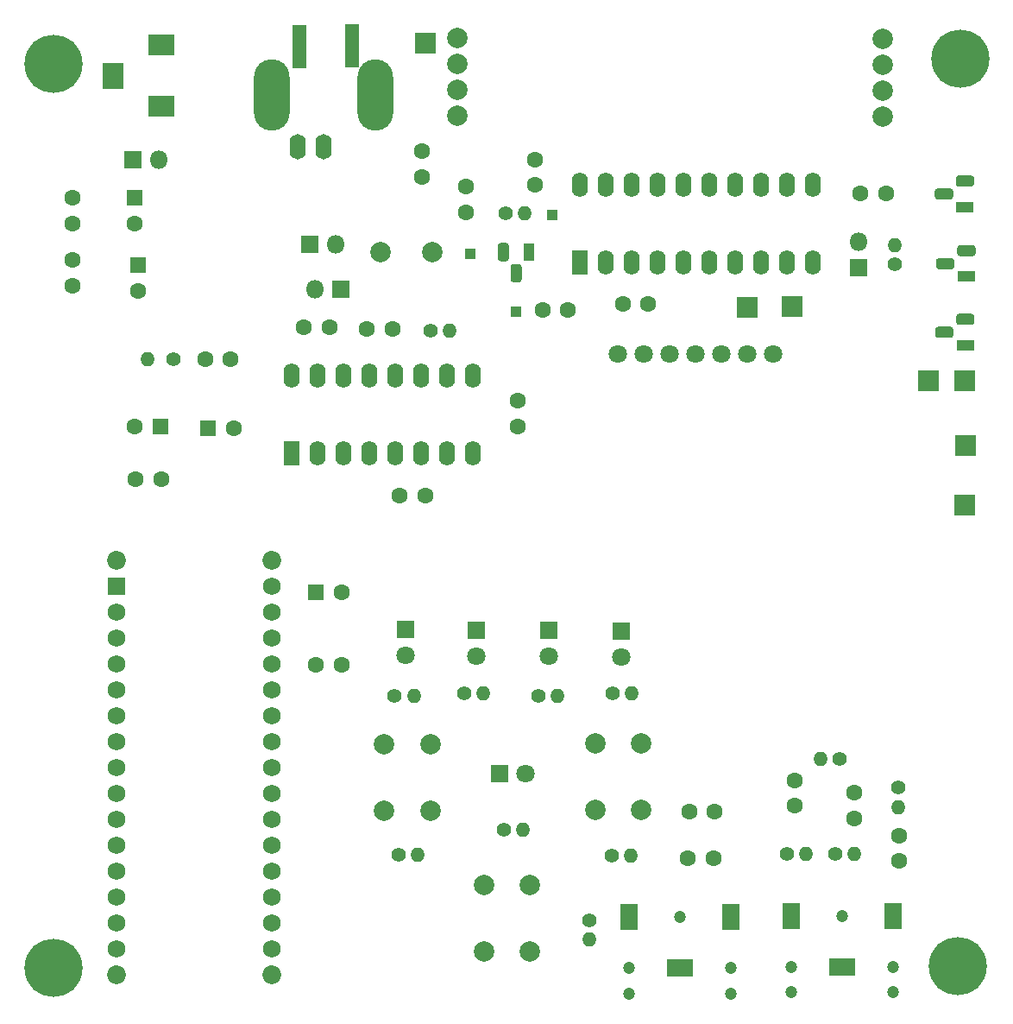
<source format=gbs>
G04 #@! TF.GenerationSoftware,KiCad,Pcbnew,(5.1.9)-1*
G04 #@! TF.CreationDate,2022-03-10T18:33:41-05:00*
G04 #@! TF.ProjectId,ADX,4144582e-6b69-4636-9164-5f7063625858,rev?*
G04 #@! TF.SameCoordinates,Original*
G04 #@! TF.FileFunction,Soldermask,Bot*
G04 #@! TF.FilePolarity,Negative*
%FSLAX46Y46*%
G04 Gerber Fmt 4.6, Leading zero omitted, Abs format (unit mm)*
G04 Created by KiCad (PCBNEW (5.1.9)-1) date 2022-03-10 18:33:41*
%MOMM*%
%LPD*%
G01*
G04 APERTURE LIST*
%ADD10R,2.000000X2.000000*%
%ADD11C,2.000000*%
%ADD12O,1.400000X1.400000*%
%ADD13C,1.400000*%
%ADD14R,1.000000X1.000000*%
%ADD15O,1.800000X1.800000*%
%ADD16R,1.800000X1.800000*%
%ADD17C,1.600000*%
%ADD18R,1.600000X1.600000*%
%ADD19C,1.850000*%
%ADD20R,1.727200X1.727200*%
%ADD21C,1.727200*%
%ADD22O,1.600000X2.400000*%
%ADD23R,1.600000X2.400000*%
%ADD24C,1.800000*%
%ADD25R,1.100000X1.800000*%
%ADD26R,1.800000X1.100000*%
%ADD27O,1.600000X2.500000*%
%ADD28O,3.500000X7.000000*%
%ADD29R,2.600000X2.000000*%
%ADD30R,2.000000X2.600000*%
%ADD31R,1.350000X4.200000*%
%ADD32C,5.700000*%
%ADD33C,1.200000*%
%ADD34R,2.500000X1.800000*%
%ADD35R,1.800000X2.500000*%
G04 APERTURE END LIST*
D10*
X148700000Y-48500000D03*
D11*
X105100000Y-104500000D03*
X109600000Y-104500000D03*
X105100000Y-98000000D03*
X109600000Y-98000000D03*
D12*
X115400000Y-103300000D03*
D13*
X115400000Y-101400000D03*
D14*
X103700000Y-36100000D03*
X108200000Y-41700000D03*
X111800000Y-32300000D03*
D10*
X152300000Y-54900000D03*
X152200000Y-60700000D03*
X99300000Y-15400000D03*
X152200000Y-48500000D03*
X130900000Y-41300000D03*
X135300000Y-41200000D03*
D12*
X101700000Y-43600000D03*
D13*
X99800000Y-43600000D03*
D12*
X109100000Y-32100000D03*
D13*
X107200000Y-32100000D03*
D12*
X145400000Y-35200000D03*
D13*
X145400000Y-37100000D03*
D12*
X98600000Y-95000000D03*
D13*
X96700000Y-95000000D03*
D12*
X119500000Y-95100000D03*
D13*
X117600000Y-95100000D03*
D12*
X119600000Y-79200000D03*
D13*
X117700000Y-79200000D03*
D12*
X112300000Y-79400000D03*
D13*
X110400000Y-79400000D03*
D12*
X105000000Y-79200000D03*
D13*
X103100000Y-79200000D03*
D12*
X98200000Y-79400000D03*
D13*
X96300000Y-79400000D03*
D12*
X108900000Y-92500000D03*
D13*
X107000000Y-92500000D03*
D12*
X145700000Y-90300000D03*
D13*
X145700000Y-88400000D03*
D12*
X138100000Y-85600000D03*
D13*
X140000000Y-85600000D03*
D12*
X141400000Y-94900000D03*
D13*
X139500000Y-94900000D03*
D12*
X136700000Y-94900000D03*
D13*
X134800000Y-94900000D03*
D11*
X99980000Y-35900000D03*
X94900000Y-35900000D03*
D12*
X72060000Y-46400000D03*
D13*
X74600000Y-46400000D03*
D15*
X73140000Y-26800000D03*
D16*
X70600000Y-26800000D03*
D15*
X90540000Y-35100000D03*
D16*
X88000000Y-35100000D03*
D15*
X88460000Y-39500000D03*
D16*
X91000000Y-39500000D03*
D15*
X141800000Y-34860000D03*
D16*
X141800000Y-37400000D03*
D17*
X99000000Y-28500000D03*
X99000000Y-26000000D03*
X80500000Y-53200000D03*
D18*
X78000000Y-53200000D03*
D17*
X80200000Y-46400000D03*
X77700000Y-46400000D03*
X70900000Y-58200000D03*
X73400000Y-58200000D03*
X70800000Y-53000000D03*
D18*
X73300000Y-53000000D03*
D17*
X99300000Y-59800000D03*
X96800000Y-59800000D03*
X96100000Y-43400000D03*
X93600000Y-43400000D03*
X108400000Y-53000000D03*
X108400000Y-50500000D03*
X89900000Y-43300000D03*
X87400000Y-43300000D03*
X103300000Y-29500000D03*
X103300000Y-32000000D03*
X113300000Y-41600000D03*
X110800000Y-41600000D03*
X110100000Y-26800000D03*
X110100000Y-29300000D03*
X71100000Y-39700000D03*
D18*
X71100000Y-37200000D03*
D17*
X64700000Y-39200000D03*
X64700000Y-36700000D03*
X64700000Y-33100000D03*
X64700000Y-30600000D03*
X70800000Y-33100000D03*
D18*
X70800000Y-30600000D03*
D17*
X142000000Y-30100000D03*
X144500000Y-30100000D03*
X121200000Y-41000000D03*
X118700000Y-41000000D03*
X125100000Y-95300000D03*
X127600000Y-95300000D03*
X125200000Y-90800000D03*
X127700000Y-90800000D03*
X141400000Y-91400000D03*
X141400000Y-88900000D03*
X135600000Y-90200000D03*
X135600000Y-87700000D03*
X145800000Y-95600000D03*
X145800000Y-93100000D03*
X91100000Y-76400000D03*
X88600000Y-76400000D03*
X91100000Y-69300000D03*
D18*
X88600000Y-69300000D03*
D19*
X84220000Y-106730000D03*
X68980000Y-106730000D03*
X84220000Y-66090000D03*
X68980000Y-66090000D03*
D20*
X68980000Y-68630000D03*
D21*
X68980000Y-71170000D03*
X68980000Y-73710000D03*
X68980000Y-76250000D03*
X68980000Y-78790000D03*
X68980000Y-81330000D03*
X68980000Y-83870000D03*
X68980000Y-86410000D03*
X68980000Y-88950000D03*
X68980000Y-91490000D03*
X68980000Y-94030000D03*
X68980000Y-96570000D03*
X68980000Y-99110000D03*
X68980000Y-101650000D03*
X68980000Y-104190000D03*
X84220000Y-104190000D03*
X84220000Y-101650000D03*
X84220000Y-99110000D03*
X84220000Y-96570000D03*
X84220000Y-94030000D03*
X84220000Y-91490000D03*
X84220000Y-88950000D03*
X84220000Y-86410000D03*
X84220000Y-83870000D03*
X84220000Y-81330000D03*
X84220000Y-78790000D03*
X84220000Y-76250000D03*
X84220000Y-73710000D03*
X84220000Y-71170000D03*
X84220000Y-68630000D03*
D11*
X102420000Y-22500000D03*
X102420000Y-19960000D03*
X102420000Y-17420000D03*
X102420000Y-14880000D03*
X144200000Y-22600000D03*
X144200000Y-20060000D03*
X144200000Y-17520000D03*
X144200000Y-14980000D03*
D22*
X114500000Y-29280000D03*
X137360000Y-36900000D03*
X117040000Y-29280000D03*
X134820000Y-36900000D03*
X119580000Y-29280000D03*
X132280000Y-36900000D03*
X122120000Y-29280000D03*
X129740000Y-36900000D03*
X124660000Y-29280000D03*
X127200000Y-36900000D03*
X127200000Y-29280000D03*
X124660000Y-36900000D03*
X129740000Y-29280000D03*
X122120000Y-36900000D03*
X132280000Y-29280000D03*
X119580000Y-36900000D03*
X134820000Y-29280000D03*
X117040000Y-36900000D03*
X137360000Y-29280000D03*
D23*
X114500000Y-36900000D03*
D24*
X133436000Y-45904000D03*
X130896000Y-45904000D03*
X128356000Y-45904000D03*
X125816000Y-45904000D03*
X123276000Y-45904000D03*
X120736000Y-45904000D03*
X118196000Y-45904000D03*
D22*
X86200000Y-47980000D03*
X103980000Y-55600000D03*
X88740000Y-47980000D03*
X101440000Y-55600000D03*
X91280000Y-47980000D03*
X98900000Y-55600000D03*
X93820000Y-47980000D03*
X96360000Y-55600000D03*
X96360000Y-47980000D03*
X93820000Y-55600000D03*
X98900000Y-47980000D03*
X91280000Y-55600000D03*
X101440000Y-47980000D03*
X88740000Y-55600000D03*
X103980000Y-47980000D03*
D23*
X86200000Y-55600000D03*
D11*
X95300000Y-90700000D03*
X99800000Y-90700000D03*
X95300000Y-84200000D03*
X99800000Y-84200000D03*
X116000000Y-90600000D03*
X120500000Y-90600000D03*
X116000000Y-84100000D03*
X120500000Y-84100000D03*
D25*
X109500000Y-35900000D03*
G36*
G01*
X107510000Y-35275000D02*
X107510000Y-36525000D01*
G75*
G02*
X107235000Y-36800000I-275000J0D01*
G01*
X106685000Y-36800000D01*
G75*
G02*
X106410000Y-36525000I0J275000D01*
G01*
X106410000Y-35275000D01*
G75*
G02*
X106685000Y-35000000I275000J0D01*
G01*
X107235000Y-35000000D01*
G75*
G02*
X107510000Y-35275000I0J-275000D01*
G01*
G37*
G36*
G01*
X108780000Y-37345000D02*
X108780000Y-38595000D01*
G75*
G02*
X108505000Y-38870000I-275000J0D01*
G01*
X107955000Y-38870000D01*
G75*
G02*
X107680000Y-38595000I0J275000D01*
G01*
X107680000Y-37345000D01*
G75*
G02*
X107955000Y-37070000I275000J0D01*
G01*
X108505000Y-37070000D01*
G75*
G02*
X108780000Y-37345000I0J-275000D01*
G01*
G37*
D26*
X152270000Y-31470000D03*
G36*
G01*
X152895000Y-29480000D02*
X151645000Y-29480000D01*
G75*
G02*
X151370000Y-29205000I0J275000D01*
G01*
X151370000Y-28655000D01*
G75*
G02*
X151645000Y-28380000I275000J0D01*
G01*
X152895000Y-28380000D01*
G75*
G02*
X153170000Y-28655000I0J-275000D01*
G01*
X153170000Y-29205000D01*
G75*
G02*
X152895000Y-29480000I-275000J0D01*
G01*
G37*
G36*
G01*
X150825000Y-30750000D02*
X149575000Y-30750000D01*
G75*
G02*
X149300000Y-30475000I0J275000D01*
G01*
X149300000Y-29925000D01*
G75*
G02*
X149575000Y-29650000I275000J0D01*
G01*
X150825000Y-29650000D01*
G75*
G02*
X151100000Y-29925000I0J-275000D01*
G01*
X151100000Y-30475000D01*
G75*
G02*
X150825000Y-30750000I-275000J0D01*
G01*
G37*
X152400000Y-38300000D03*
G36*
G01*
X153025000Y-36310000D02*
X151775000Y-36310000D01*
G75*
G02*
X151500000Y-36035000I0J275000D01*
G01*
X151500000Y-35485000D01*
G75*
G02*
X151775000Y-35210000I275000J0D01*
G01*
X153025000Y-35210000D01*
G75*
G02*
X153300000Y-35485000I0J-275000D01*
G01*
X153300000Y-36035000D01*
G75*
G02*
X153025000Y-36310000I-275000J0D01*
G01*
G37*
G36*
G01*
X150955000Y-37580000D02*
X149705000Y-37580000D01*
G75*
G02*
X149430000Y-37305000I0J275000D01*
G01*
X149430000Y-36755000D01*
G75*
G02*
X149705000Y-36480000I275000J0D01*
G01*
X150955000Y-36480000D01*
G75*
G02*
X151230000Y-36755000I0J-275000D01*
G01*
X151230000Y-37305000D01*
G75*
G02*
X150955000Y-37580000I-275000J0D01*
G01*
G37*
X152300000Y-45040000D03*
G36*
G01*
X152925000Y-43050000D02*
X151675000Y-43050000D01*
G75*
G02*
X151400000Y-42775000I0J275000D01*
G01*
X151400000Y-42225000D01*
G75*
G02*
X151675000Y-41950000I275000J0D01*
G01*
X152925000Y-41950000D01*
G75*
G02*
X153200000Y-42225000I0J-275000D01*
G01*
X153200000Y-42775000D01*
G75*
G02*
X152925000Y-43050000I-275000J0D01*
G01*
G37*
G36*
G01*
X150855000Y-44320000D02*
X149605000Y-44320000D01*
G75*
G02*
X149330000Y-44045000I0J275000D01*
G01*
X149330000Y-43495000D01*
G75*
G02*
X149605000Y-43220000I275000J0D01*
G01*
X150855000Y-43220000D01*
G75*
G02*
X151130000Y-43495000I0J-275000D01*
G01*
X151130000Y-44045000D01*
G75*
G02*
X150855000Y-44320000I-275000J0D01*
G01*
G37*
D27*
X86760000Y-25600000D03*
X89300000Y-25600000D03*
D28*
X94380000Y-20520000D03*
X84220000Y-20520000D03*
D29*
X73400000Y-15600000D03*
X73400000Y-21600000D03*
D30*
X68700000Y-18600000D03*
D31*
X86983800Y-15727000D03*
X92089200Y-15676200D03*
D32*
X62800000Y-17400000D03*
X62800000Y-106100000D03*
X151800000Y-16900000D03*
X151600000Y-105900000D03*
D24*
X118500000Y-75640000D03*
D16*
X118500000Y-73100000D03*
D24*
X111400000Y-75540000D03*
D16*
X111400000Y-73000000D03*
D24*
X104300000Y-75540000D03*
D16*
X104300000Y-73000000D03*
D24*
X97400000Y-75440000D03*
D16*
X97400000Y-72900000D03*
D24*
X109140000Y-87000000D03*
D16*
X106600000Y-87000000D03*
D33*
X129300000Y-108600000D03*
X129300000Y-106100000D03*
X119300000Y-108600000D03*
X119300000Y-106100000D03*
X124300000Y-101100000D03*
D34*
X124300000Y-106100000D03*
D35*
X129300000Y-101100000D03*
X119300000Y-101100000D03*
D33*
X145200000Y-108500000D03*
X145200000Y-106000000D03*
X135200000Y-108500000D03*
X135200000Y-106000000D03*
X140200000Y-101000000D03*
D34*
X140200000Y-106000000D03*
D35*
X145200000Y-101000000D03*
X135200000Y-101000000D03*
M02*

</source>
